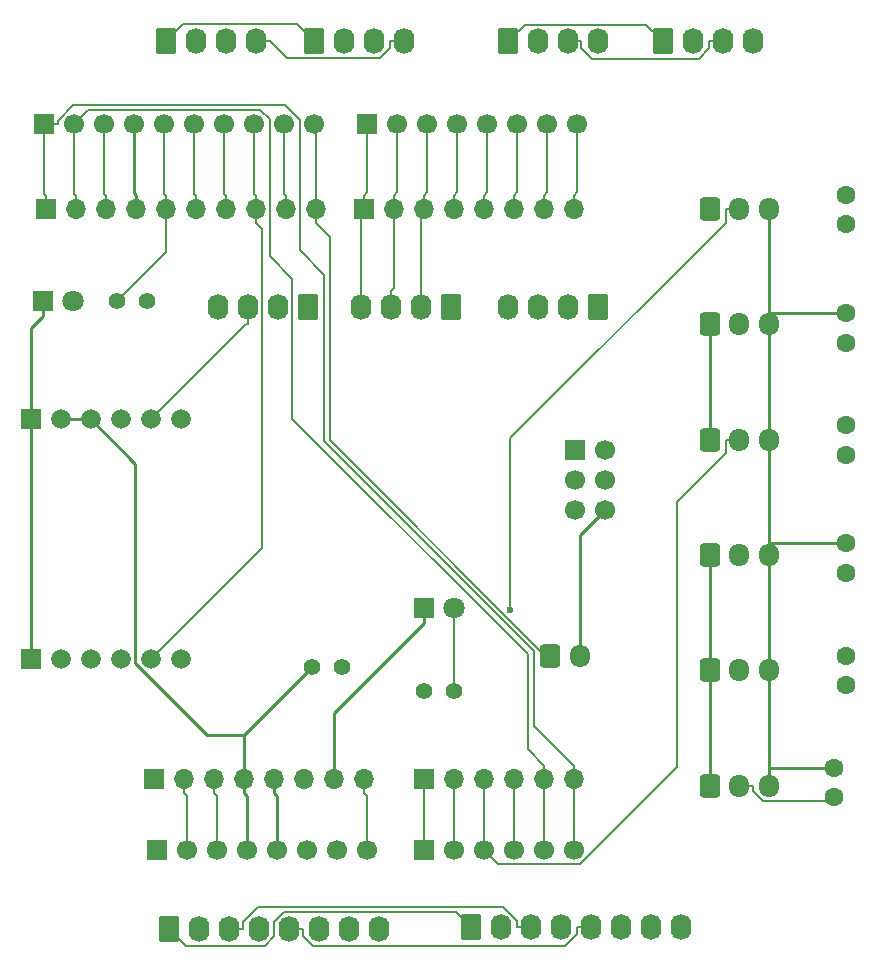
<source format=gbr>
%TF.GenerationSoftware,KiCad,Pcbnew,9.0.4*%
%TF.CreationDate,2025-10-04T10:08:01+10:00*%
%TF.ProjectId,Jet Ranger Test,4a657420-5261-46e6-9765-722054657374,rev?*%
%TF.SameCoordinates,Original*%
%TF.FileFunction,Copper,L1,Top*%
%TF.FilePolarity,Positive*%
%FSLAX46Y46*%
G04 Gerber Fmt 4.6, Leading zero omitted, Abs format (unit mm)*
G04 Created by KiCad (PCBNEW 9.0.4) date 2025-10-04 10:08:01*
%MOMM*%
%LPD*%
G01*
G04 APERTURE LIST*
G04 Aperture macros list*
%AMRoundRect*
0 Rectangle with rounded corners*
0 $1 Rounding radius*
0 $2 $3 $4 $5 $6 $7 $8 $9 X,Y pos of 4 corners*
0 Add a 4 corners polygon primitive as box body*
4,1,4,$2,$3,$4,$5,$6,$7,$8,$9,$2,$3,0*
0 Add four circle primitives for the rounded corners*
1,1,$1+$1,$2,$3*
1,1,$1+$1,$4,$5*
1,1,$1+$1,$6,$7*
1,1,$1+$1,$8,$9*
0 Add four rect primitives between the rounded corners*
20,1,$1+$1,$2,$3,$4,$5,0*
20,1,$1+$1,$4,$5,$6,$7,0*
20,1,$1+$1,$6,$7,$8,$9,0*
20,1,$1+$1,$8,$9,$2,$3,0*%
G04 Aperture macros list end*
%TA.AperFunction,ComponentPad*%
%ADD10R,1.700000X1.700000*%
%TD*%
%TA.AperFunction,ComponentPad*%
%ADD11O,1.700000X1.700000*%
%TD*%
%TA.AperFunction,ComponentPad*%
%ADD12C,1.600000*%
%TD*%
%TA.AperFunction,ComponentPad*%
%ADD13RoundRect,0.250000X-0.600000X-0.725000X0.600000X-0.725000X0.600000X0.725000X-0.600000X0.725000X0*%
%TD*%
%TA.AperFunction,ComponentPad*%
%ADD14O,1.700000X1.950000*%
%TD*%
%TA.AperFunction,ComponentPad*%
%ADD15RoundRect,0.250000X-0.620000X-0.845000X0.620000X-0.845000X0.620000X0.845000X-0.620000X0.845000X0*%
%TD*%
%TA.AperFunction,ComponentPad*%
%ADD16O,1.740000X2.190000*%
%TD*%
%TA.AperFunction,ComponentPad*%
%ADD17C,1.700000*%
%TD*%
%TA.AperFunction,ComponentPad*%
%ADD18C,1.400000*%
%TD*%
%TA.AperFunction,ComponentPad*%
%ADD19RoundRect,0.250000X0.620000X0.845000X-0.620000X0.845000X-0.620000X-0.845000X0.620000X-0.845000X0*%
%TD*%
%TA.AperFunction,ComponentPad*%
%ADD20R,1.800000X1.800000*%
%TD*%
%TA.AperFunction,ComponentPad*%
%ADD21C,1.800000*%
%TD*%
%TA.AperFunction,ComponentPad*%
%ADD22R,1.665000X1.665000*%
%TD*%
%TA.AperFunction,ComponentPad*%
%ADD23C,1.665000*%
%TD*%
%TA.AperFunction,ViaPad*%
%ADD24C,0.600000*%
%TD*%
%TA.AperFunction,Conductor*%
%ADD25C,0.254000*%
%TD*%
%TA.AperFunction,Conductor*%
%ADD26C,0.200000*%
%TD*%
G04 APERTURE END LIST*
D10*
%TO.P,J1,1,Pin_1*%
%TO.N,unconnected-(J1-Pin_1-Pad1)*%
X127940000Y-97460000D03*
D11*
%TO.P,J1,2,Pin_2*%
%TO.N,/IOREF*%
X130480000Y-97460000D03*
%TO.P,J1,3,Pin_3*%
%TO.N,/~{RESET}*%
X133020000Y-97460000D03*
%TO.P,J1,4,Pin_4*%
%TO.N,+3V3*%
X135560000Y-97460000D03*
%TO.P,J1,5,Pin_5*%
%TO.N,+5V*%
X138100000Y-97460000D03*
%TO.P,J1,6,Pin_6*%
%TO.N,GND*%
X140640000Y-97460000D03*
%TO.P,J1,7,Pin_7*%
X143180000Y-97460000D03*
%TO.P,J1,8,Pin_8*%
%TO.N,VCC*%
X145720000Y-97460000D03*
%TD*%
D10*
%TO.P,J3,1,Pin_1*%
%TO.N,/A0*%
X150800000Y-97460000D03*
D11*
%TO.P,J3,2,Pin_2*%
%TO.N,/A1*%
X153340000Y-97460000D03*
%TO.P,J3,3,Pin_3*%
%TO.N,/A2*%
X155880000Y-97460000D03*
%TO.P,J3,4,Pin_4*%
%TO.N,/A3*%
X158420000Y-97460000D03*
%TO.P,J3,5,Pin_5*%
%TO.N,/A4*%
X160960000Y-97460000D03*
%TO.P,J3,6,Pin_6*%
%TO.N,/A5*%
X163500000Y-97460000D03*
%TD*%
D10*
%TO.P,J2,1,Pin_1*%
%TO.N,/A5*%
X118796000Y-49200000D03*
D11*
%TO.P,J2,2,Pin_2*%
%TO.N,/A4*%
X121336000Y-49200000D03*
%TO.P,J2,3,Pin_3*%
%TO.N,/AREF*%
X123876000Y-49200000D03*
%TO.P,J2,4,Pin_4*%
%TO.N,GND*%
X126416000Y-49200000D03*
%TO.P,J2,5,Pin_5*%
%TO.N,/13*%
X128956000Y-49200000D03*
%TO.P,J2,6,Pin_6*%
%TO.N,/12*%
X131496000Y-49200000D03*
%TO.P,J2,7,Pin_7*%
%TO.N,ES1_RST*%
X134036000Y-49200000D03*
%TO.P,J2,8,Pin_8*%
%TO.N,SS*%
X136576000Y-49200000D03*
%TO.P,J2,9,Pin_9*%
%TO.N,/\u002A9*%
X139116000Y-49200000D03*
%TO.P,J2,10,Pin_10*%
%TO.N,/8*%
X141656000Y-49200000D03*
%TD*%
D10*
%TO.P,J4,1,Pin_1*%
%TO.N,/7*%
X145720000Y-49200000D03*
D11*
%TO.P,J4,2,Pin_2*%
%TO.N,/\u002A6*%
X148260000Y-49200000D03*
%TO.P,J4,3,Pin_3*%
%TO.N,/\u002A5*%
X150800000Y-49200000D03*
%TO.P,J4,4,Pin_4*%
%TO.N,/4*%
X153340000Y-49200000D03*
%TO.P,J4,5,Pin_5*%
%TO.N,/\u002A3*%
X155880000Y-49200000D03*
%TO.P,J4,6,Pin_6*%
%TO.N,/2*%
X158420000Y-49200000D03*
%TO.P,J4,7,Pin_7*%
%TO.N,/COL2*%
X160960000Y-49200000D03*
%TO.P,J4,8,Pin_8*%
%TO.N,/COL1*%
X163500000Y-49200000D03*
%TD*%
D12*
%TO.P,C1,1*%
%TO.N,/A1*%
X186500000Y-60500000D03*
%TO.P,C1,2*%
%TO.N,GND*%
X186500000Y-58000000D03*
%TD*%
%TO.P,C4,1*%
%TO.N,/A3*%
X186500000Y-80000000D03*
%TO.P,C4,2*%
%TO.N,GND*%
X186500000Y-77500000D03*
%TD*%
D13*
%TO.P,J10,1,Pin_1*%
%TO.N,+5V*%
X175000000Y-88240000D03*
D14*
%TO.P,J10,2,Pin_2*%
%TO.N,/A4*%
X177500000Y-88240000D03*
%TO.P,J10,3,Pin_3*%
%TO.N,GND*%
X180000000Y-88240000D03*
%TD*%
D15*
%TO.P,J21,1,Pin_1*%
%TO.N,Net-(J20-Pin_1)*%
X157880000Y-35000000D03*
D16*
%TO.P,J21,2,Pin_2*%
%TO.N,Net-(J20-Pin_2)*%
X160420000Y-35000000D03*
%TO.P,J21,3,Pin_3*%
%TO.N,Net-(J20-Pin_3)*%
X162960000Y-35000000D03*
%TO.P,J21,4,Pin_4*%
%TO.N,Net-(J20-Pin_4)*%
X165500000Y-35000000D03*
%TD*%
D12*
%TO.P,C2,1*%
%TO.N,/A0*%
X186500000Y-50500000D03*
%TO.P,C2,2*%
%TO.N,GND*%
X186500000Y-48000000D03*
%TD*%
D15*
%TO.P,J20,1,Pin_1*%
%TO.N,Net-(J20-Pin_1)*%
X171000000Y-35000000D03*
D16*
%TO.P,J20,2,Pin_2*%
%TO.N,Net-(J20-Pin_2)*%
X173540000Y-35000000D03*
%TO.P,J20,3,Pin_3*%
%TO.N,Net-(J20-Pin_3)*%
X176080000Y-35000000D03*
%TO.P,J20,4,Pin_4*%
%TO.N,Net-(J20-Pin_4)*%
X178620000Y-35000000D03*
%TD*%
D10*
%TO.P,J16,1,Pin_1*%
%TO.N,/A0*%
X150800000Y-103500000D03*
D17*
%TO.P,J16,2,Pin_2*%
%TO.N,/A1*%
X153340000Y-103500000D03*
%TO.P,J16,3,Pin_3*%
%TO.N,/A2*%
X155880000Y-103500000D03*
%TO.P,J16,4,Pin_4*%
%TO.N,/A3*%
X158420000Y-103500000D03*
%TO.P,J16,5,Pin_5*%
%TO.N,/A4*%
X160960000Y-103500000D03*
%TO.P,J16,6,Pin_6*%
%TO.N,/A5*%
X163500000Y-103500000D03*
%TD*%
D15*
%TO.P,J22,1,Pin_1*%
%TO.N,Net-(J22-Pin_1)*%
X128960000Y-35000000D03*
D16*
%TO.P,J22,2,Pin_2*%
%TO.N,Net-(J22-Pin_2)*%
X131500000Y-35000000D03*
%TO.P,J22,3,Pin_3*%
%TO.N,Net-(J22-Pin_3)*%
X134040000Y-35000000D03*
%TO.P,J22,4,Pin_4*%
%TO.N,Net-(J22-Pin_4)*%
X136580000Y-35000000D03*
%TD*%
D18*
%TO.P,R2,1*%
%TO.N,+5V*%
X150800000Y-90000000D03*
%TO.P,R2,2*%
%TO.N,Net-(D2-A)*%
X153340000Y-90000000D03*
%TD*%
D19*
%TO.P,J11,1,Pin_1*%
%TO.N,/4*%
X153080000Y-57500000D03*
D16*
%TO.P,J11,2,Pin_2*%
%TO.N,/\u002A5*%
X150540000Y-57500000D03*
%TO.P,J11,3,Pin_3*%
%TO.N,/\u002A6*%
X148000000Y-57500000D03*
%TO.P,J11,4,Pin_4*%
%TO.N,/7*%
X145460000Y-57500000D03*
%TD*%
D13*
%TO.P,J8,1,Pin_1*%
%TO.N,+5V*%
X175000000Y-68720000D03*
D14*
%TO.P,J8,2,Pin_2*%
%TO.N,/A2*%
X177500000Y-68720000D03*
%TO.P,J8,3,Pin_3*%
%TO.N,GND*%
X180000000Y-68720000D03*
%TD*%
D20*
%TO.P,D2,1,K*%
%TO.N,GND*%
X150800000Y-83000000D03*
D21*
%TO.P,D2,2,A*%
%TO.N,Net-(D2-A)*%
X153340000Y-83000000D03*
%TD*%
D13*
%TO.P,J18,1,Pin_1*%
%TO.N,+5V*%
X175000000Y-98000000D03*
D14*
%TO.P,J18,2,Pin_2*%
%TO.N,/A5*%
X177500000Y-98000000D03*
%TO.P,J18,3,Pin_3*%
%TO.N,GND*%
X180000000Y-98000000D03*
%TD*%
D18*
%TO.P,R25,1*%
%TO.N,+3V3*%
X141280000Y-88000000D03*
%TO.P,R25,2*%
%TO.N,Net-(U2-INT)*%
X143820000Y-88000000D03*
%TD*%
D13*
%TO.P,J6,1,Pin_1*%
%TO.N,+5V*%
X175000000Y-58960000D03*
D14*
%TO.P,J6,2,Pin_2*%
%TO.N,/A1*%
X177500000Y-58960000D03*
%TO.P,J6,3,Pin_3*%
%TO.N,GND*%
X180000000Y-58960000D03*
%TD*%
D10*
%TO.P,J5,1,Pin_1*%
%TO.N,MISO*%
X163624700Y-69552200D03*
D17*
%TO.P,J5,2,Pin_2*%
%TO.N,+5V*%
X166164700Y-69552200D03*
%TO.P,J5,3,Pin_3*%
%TO.N,SCLK*%
X163624700Y-72092200D03*
%TO.P,J5,4,Pin_4*%
%TO.N,MOSI*%
X166164700Y-72092200D03*
%TO.P,J5,5,Pin_5*%
%TO.N,unconnected-(J5-Pin_5-Pad5)*%
X163624700Y-74632200D03*
%TO.P,J5,6,Pin_6*%
%TO.N,GND*%
X166164700Y-74632200D03*
%TD*%
D13*
%TO.P,J9,1,Pin_1*%
%TO.N,+5V*%
X175000000Y-78480000D03*
D14*
%TO.P,J9,2,Pin_2*%
%TO.N,/A3*%
X177500000Y-78480000D03*
%TO.P,J9,3,Pin_3*%
%TO.N,GND*%
X180000000Y-78480000D03*
%TD*%
D12*
%TO.P,C3,1*%
%TO.N,/A2*%
X186500000Y-70000000D03*
%TO.P,C3,2*%
%TO.N,GND*%
X186500000Y-67500000D03*
%TD*%
D13*
%TO.P,J13,1,Pin_1*%
%TO.N,/8*%
X161500000Y-87000000D03*
D14*
%TO.P,J13,2,Pin_2*%
%TO.N,GND*%
X164000000Y-87000000D03*
%TD*%
D15*
%TO.P,J25,1,Pin_1*%
%TO.N,Net-(J24-Pin_1)*%
X154760000Y-110000000D03*
D16*
%TO.P,J25,2,Pin_2*%
%TO.N,Net-(J24-Pin_2)*%
X157300000Y-110000000D03*
%TO.P,J25,3,Pin_3*%
%TO.N,Net-(J24-Pin_3)*%
X159840000Y-110000000D03*
%TO.P,J25,4,Pin_4*%
%TO.N,Net-(J24-Pin_4)*%
X162380000Y-110000000D03*
%TO.P,J25,5,Pin_5*%
%TO.N,Net-(J24-Pin_5)*%
X164920000Y-110000000D03*
%TO.P,J25,6,Pin_6*%
%TO.N,Net-(J24-Pin_6)*%
X167460000Y-110000000D03*
%TO.P,J25,7,Pin_7*%
%TO.N,Net-(J24-Pin_7)*%
X170000000Y-110000000D03*
%TO.P,J25,8,Pin_8*%
%TO.N,Net-(J24-Pin_8)*%
X172540000Y-110000000D03*
%TD*%
D15*
%TO.P,J23,1,Pin_1*%
%TO.N,Net-(J22-Pin_1)*%
X141500000Y-35000000D03*
D16*
%TO.P,J23,2,Pin_2*%
%TO.N,Net-(J22-Pin_2)*%
X144040000Y-35000000D03*
%TO.P,J23,3,Pin_3*%
%TO.N,Net-(J22-Pin_3)*%
X146580000Y-35000000D03*
%TO.P,J23,4,Pin_4*%
%TO.N,Net-(J22-Pin_4)*%
X149120000Y-35000000D03*
%TD*%
D22*
%TO.P,U2,A1,GND_1*%
%TO.N,GND*%
X117500000Y-87320000D03*
D23*
%TO.P,U2,A2,GND_2*%
X120040000Y-87320000D03*
%TO.P,U2,A3,MOSI*%
%TO.N,MOSI*%
X122580000Y-87320000D03*
%TO.P,U2,A4,SCLK*%
%TO.N,SCLK*%
X125120000Y-87320000D03*
%TO.P,U2,A5,CS*%
%TO.N,SS*%
X127660000Y-87320000D03*
%TO.P,U2,A6,INT*%
%TO.N,Net-(U2-INT)*%
X130200000Y-87320000D03*
D22*
%TO.P,U2,B1,GND_3*%
%TO.N,GND*%
X117500000Y-67000000D03*
D23*
%TO.P,U2,B2,3V3_1*%
%TO.N,+3V3*%
X120040000Y-67000000D03*
%TO.P,U2,B3,3V3_2*%
X122580000Y-67000000D03*
%TO.P,U2,B4,NC*%
%TO.N,unconnected-(U2-NC-PadB4)*%
X125120000Y-67000000D03*
%TO.P,U2,B5,RST*%
%TO.N,ES1_RST*%
X127660000Y-67000000D03*
%TO.P,U2,B6,MISO*%
%TO.N,MISO*%
X130200000Y-67000000D03*
%TD*%
D12*
%TO.P,C5,1*%
%TO.N,/A4*%
X186500000Y-89500000D03*
%TO.P,C5,2*%
%TO.N,GND*%
X186500000Y-87000000D03*
%TD*%
%TO.P,C6,1*%
%TO.N,/A5*%
X185500000Y-99000000D03*
%TO.P,C6,2*%
%TO.N,GND*%
X185500000Y-96500000D03*
%TD*%
D10*
%TO.P,J14,1,Pin_1*%
%TO.N,/7*%
X146000000Y-42000000D03*
D17*
%TO.P,J14,2,Pin_2*%
%TO.N,/\u002A6*%
X148540000Y-42000000D03*
%TO.P,J14,3,Pin_3*%
%TO.N,/\u002A5*%
X151080000Y-42000000D03*
%TO.P,J14,4,Pin_4*%
%TO.N,/4*%
X153620000Y-42000000D03*
%TO.P,J14,5,Pin_5*%
%TO.N,/\u002A3*%
X156160000Y-42000000D03*
%TO.P,J14,6,Pin_6*%
%TO.N,/2*%
X158700000Y-42000000D03*
%TO.P,J14,7,Pin_7*%
%TO.N,/COL2*%
X161240000Y-42000000D03*
%TO.P,J14,8,Pin_8*%
%TO.N,/COL1*%
X163780000Y-42000000D03*
%TD*%
D13*
%TO.P,J7,1,Pin_1*%
%TO.N,+5V*%
X175000000Y-49200000D03*
D14*
%TO.P,J7,2,Pin_2*%
%TO.N,/A0*%
X177500000Y-49200000D03*
%TO.P,J7,3,Pin_3*%
%TO.N,GND*%
X180000000Y-49200000D03*
%TD*%
D18*
%TO.P,R1,1*%
%TO.N,/13*%
X124780000Y-57000000D03*
%TO.P,R1,2*%
%TO.N,Net-(D1-A)*%
X127320000Y-57000000D03*
%TD*%
D19*
%TO.P,J12,1,Pin_1*%
%TO.N,/COL1*%
X165540000Y-57500000D03*
D16*
%TO.P,J12,2,Pin_2*%
%TO.N,/COL2*%
X163000000Y-57500000D03*
%TO.P,J12,3,Pin_3*%
%TO.N,/2*%
X160460000Y-57500000D03*
%TO.P,J12,4,Pin_4*%
%TO.N,/\u002A3*%
X157920000Y-57500000D03*
%TD*%
D19*
%TO.P,J19,1,Pin_1*%
%TO.N,+5V*%
X141000000Y-57500000D03*
D16*
%TO.P,J19,2,Pin_2*%
%TO.N,GND*%
X138460000Y-57500000D03*
%TO.P,J19,3,Pin_3*%
%TO.N,ES1_RST*%
X135920000Y-57500000D03*
%TO.P,J19,4,Pin_4*%
%TO.N,/12*%
X133380000Y-57500000D03*
%TD*%
D15*
%TO.P,J24,1,Pin_1*%
%TO.N,Net-(J24-Pin_1)*%
X129220000Y-110150000D03*
D16*
%TO.P,J24,2,Pin_2*%
%TO.N,Net-(J24-Pin_2)*%
X131760000Y-110150000D03*
%TO.P,J24,3,Pin_3*%
%TO.N,Net-(J24-Pin_3)*%
X134300000Y-110150000D03*
%TO.P,J24,4,Pin_4*%
%TO.N,Net-(J24-Pin_4)*%
X136840000Y-110150000D03*
%TO.P,J24,5,Pin_5*%
%TO.N,Net-(J24-Pin_5)*%
X139380000Y-110150000D03*
%TO.P,J24,6,Pin_6*%
%TO.N,Net-(J24-Pin_6)*%
X141920000Y-110150000D03*
%TO.P,J24,7,Pin_7*%
%TO.N,Net-(J24-Pin_7)*%
X144460000Y-110150000D03*
%TO.P,J24,8,Pin_8*%
%TO.N,Net-(J24-Pin_8)*%
X147000000Y-110150000D03*
%TD*%
D20*
%TO.P,D1,1,K*%
%TO.N,GND*%
X118500000Y-57000000D03*
D21*
%TO.P,D1,2,A*%
%TO.N,Net-(D1-A)*%
X121040000Y-57000000D03*
%TD*%
D10*
%TO.P,J15,1,Pin_1*%
%TO.N,/A5*%
X118640000Y-42000000D03*
D17*
%TO.P,J15,2,Pin_2*%
%TO.N,/A4*%
X121180000Y-42000000D03*
%TO.P,J15,3,Pin_3*%
%TO.N,/AREF*%
X123720000Y-42000000D03*
%TO.P,J15,4,Pin_4*%
%TO.N,GND*%
X126260000Y-42000000D03*
%TO.P,J15,5,Pin_5*%
%TO.N,/13*%
X128800000Y-42000000D03*
%TO.P,J15,6,Pin_6*%
%TO.N,/12*%
X131340000Y-42000000D03*
%TO.P,J15,7,Pin_7*%
%TO.N,ES1_RST*%
X133880000Y-42000000D03*
%TO.P,J15,8,Pin_8*%
%TO.N,SS*%
X136420000Y-42000000D03*
%TO.P,J15,9,Pin_9*%
%TO.N,/\u002A9*%
X138960000Y-42000000D03*
%TO.P,J15,10,Pin_10*%
%TO.N,/8*%
X141500000Y-42000000D03*
%TD*%
D10*
%TO.P,J17,1,Pin_1*%
%TO.N,unconnected-(J17-Pin_1-Pad1)*%
X128220000Y-103500000D03*
D17*
%TO.P,J17,2,Pin_2*%
%TO.N,/IOREF*%
X130760000Y-103500000D03*
%TO.P,J17,3,Pin_3*%
%TO.N,/~{RESET}*%
X133300000Y-103500000D03*
%TO.P,J17,4,Pin_4*%
%TO.N,+3V3*%
X135840000Y-103500000D03*
%TO.P,J17,5,Pin_5*%
%TO.N,+5V*%
X138380000Y-103500000D03*
%TO.P,J17,6,Pin_6*%
%TO.N,GND*%
X140920000Y-103500000D03*
%TO.P,J17,7,Pin_7*%
X143460000Y-103500000D03*
%TO.P,J17,8,Pin_8*%
%TO.N,VCC*%
X146000000Y-103500000D03*
%TD*%
D24*
%TO.N,/A0*%
X158119500Y-83180300D03*
%TD*%
D25*
%TO.N,GND*%
X117500000Y-87320000D02*
X117500000Y-67000000D01*
X180000000Y-49200000D02*
X180000000Y-58000000D01*
X166164700Y-74632200D02*
X164000000Y-76796900D01*
X118500000Y-58230300D02*
X117500000Y-59230300D01*
X180000000Y-58000000D02*
X180000000Y-58960000D01*
X126260000Y-47863700D02*
X126260000Y-42000000D01*
X164000000Y-76796900D02*
X164000000Y-87000000D01*
X118500000Y-57000000D02*
X118500000Y-58230300D01*
X126416000Y-48019700D02*
X126260000Y-47863700D01*
X180000000Y-58960000D02*
X180000000Y-68720000D01*
X180000000Y-58000000D02*
X186500000Y-58000000D01*
X180000000Y-77500000D02*
X186500000Y-77500000D01*
X180000000Y-88240000D02*
X180000000Y-96500000D01*
X143180000Y-97460000D02*
X143180000Y-91850300D01*
X126416000Y-49200000D02*
X126416000Y-48019700D01*
X180000000Y-96500000D02*
X180000000Y-98000000D01*
X180000000Y-77500000D02*
X180000000Y-78480000D01*
X143180000Y-91850300D02*
X150800000Y-84230300D01*
X180000000Y-78480000D02*
X180000000Y-88240000D01*
X117500000Y-59230300D02*
X117500000Y-67000000D01*
X180000000Y-68720000D02*
X180000000Y-77500000D01*
X180000000Y-96500000D02*
X185500000Y-96500000D01*
X150800000Y-83000000D02*
X150800000Y-84230300D01*
%TO.N,+5V*%
X138380000Y-98920300D02*
X138380000Y-103500000D01*
X175000000Y-58960000D02*
X175000000Y-68720000D01*
X138100000Y-97460000D02*
X138100000Y-98640300D01*
X175000000Y-78480000D02*
X175000000Y-88240000D01*
X138100000Y-98640300D02*
X138380000Y-98920300D01*
X175000000Y-88240000D02*
X175000000Y-98000000D01*
D26*
%TO.N,/IOREF*%
X130480000Y-98613300D02*
X130760000Y-98893300D01*
X130760000Y-98893300D02*
X130760000Y-103500000D01*
X130480000Y-97460000D02*
X130480000Y-98613300D01*
%TO.N,/A0*%
X158119500Y-83180300D02*
X158119500Y-68580500D01*
X150800000Y-97460000D02*
X150800000Y-103500000D01*
X176346700Y-50353300D02*
X176346700Y-49200000D01*
X177500000Y-49200000D02*
X176346700Y-49200000D01*
X158119500Y-68580500D02*
X176346700Y-50353300D01*
%TO.N,/A1*%
X153340000Y-97460000D02*
X153340000Y-103500000D01*
%TO.N,/A2*%
X157040700Y-104660700D02*
X164014900Y-104660700D01*
X164014900Y-104660700D02*
X172228900Y-96446700D01*
X177500000Y-68720000D02*
X176346700Y-68720000D01*
X172228900Y-96446700D02*
X172228900Y-73991100D01*
X176346700Y-69873300D02*
X176346700Y-68720000D01*
X172228900Y-73991100D02*
X176346700Y-69873300D01*
X155880000Y-103500000D02*
X157040700Y-104660700D01*
X155880000Y-97460000D02*
X155880000Y-103500000D01*
%TO.N,/A3*%
X158420000Y-97460000D02*
X158420000Y-103500000D01*
%TO.N,/AREF*%
X123720000Y-47890700D02*
X123720000Y-42000000D01*
X123876000Y-48046700D02*
X123720000Y-47890700D01*
X123876000Y-49200000D02*
X123876000Y-48046700D01*
%TO.N,/8*%
X142854300Y-51551600D02*
X141656000Y-50353300D01*
X142854300Y-68768200D02*
X142854300Y-51551600D01*
X141500000Y-42000000D02*
X141656000Y-42156000D01*
X141656000Y-49200000D02*
X141656000Y-50353300D01*
X141656000Y-42156000D02*
X141656000Y-49200000D01*
X161086100Y-87000000D02*
X142854300Y-68768200D01*
X161500000Y-87000000D02*
X161086100Y-87000000D01*
%TO.N,/7*%
X146000000Y-47766700D02*
X146000000Y-42000000D01*
X145720000Y-48623300D02*
X145720000Y-48046700D01*
X145720000Y-48623300D02*
X145460000Y-48883300D01*
X145720000Y-48046700D02*
X146000000Y-47766700D01*
X145460000Y-48883300D02*
X145460000Y-57500000D01*
X145720000Y-49200000D02*
X145720000Y-48623300D01*
%TO.N,/4*%
X153620000Y-47766700D02*
X153620000Y-42000000D01*
X153340000Y-49200000D02*
X153340000Y-48046700D01*
X153340000Y-48046700D02*
X153620000Y-47766700D01*
%TO.N,/2*%
X158700000Y-47766700D02*
X158700000Y-42000000D01*
X158420000Y-49200000D02*
X158420000Y-48046700D01*
X158420000Y-48046700D02*
X158700000Y-47766700D01*
%TO.N,/\u002A6*%
X148260000Y-49200000D02*
X148260000Y-55841700D01*
X148000000Y-57500000D02*
X148000000Y-56101700D01*
X148540000Y-47766700D02*
X148540000Y-42000000D01*
X148260000Y-55841700D02*
X148000000Y-56101700D01*
X148260000Y-48046700D02*
X148540000Y-47766700D01*
X148260000Y-49200000D02*
X148260000Y-48046700D01*
%TO.N,/\u002A5*%
X151080000Y-47766700D02*
X151080000Y-42000000D01*
X150800000Y-48623300D02*
X150540000Y-48883300D01*
X150540000Y-48883300D02*
X150540000Y-57500000D01*
X150800000Y-48623300D02*
X150800000Y-48046700D01*
X150800000Y-49200000D02*
X150800000Y-48623300D01*
X150800000Y-48046700D02*
X151080000Y-47766700D01*
%TO.N,/\u002A3*%
X155880000Y-49200000D02*
X155880000Y-48046700D01*
X155880000Y-48046700D02*
X156160000Y-47766700D01*
X156160000Y-47766700D02*
X156160000Y-42000000D01*
D25*
%TO.N,+3V3*%
X135560000Y-97460000D02*
X135560000Y-93720000D01*
X135560000Y-97460000D02*
X135560000Y-98640300D01*
X135560000Y-93720000D02*
X141280000Y-88000000D01*
X122580000Y-67000000D02*
X120040000Y-67000000D01*
X135560000Y-98640300D02*
X135840000Y-98920300D01*
X132390600Y-93720000D02*
X126337600Y-87667000D01*
X135560000Y-93720000D02*
X132390600Y-93720000D01*
X126337600Y-70757600D02*
X122580000Y-67000000D01*
X135840000Y-98920300D02*
X135840000Y-103500000D01*
X126337600Y-87667000D02*
X126337600Y-70757600D01*
D26*
%TO.N,VCC*%
X145720000Y-98613300D02*
X146000000Y-98893300D01*
X146000000Y-98893300D02*
X146000000Y-103500000D01*
X145720000Y-97460000D02*
X145720000Y-98613300D01*
%TO.N,/~{RESET}*%
X133300000Y-98893300D02*
X133300000Y-103500000D01*
X133020000Y-97460000D02*
X133020000Y-98613300D01*
X133020000Y-98613300D02*
X133300000Y-98893300D01*
%TO.N,SS*%
X136576000Y-48623300D02*
X136576000Y-49200000D01*
X136576000Y-48046700D02*
X136420000Y-47890700D01*
X136576000Y-48623300D02*
X136576000Y-48046700D01*
X136420000Y-47890700D02*
X136420000Y-42000000D01*
X136576000Y-49200000D02*
X136576000Y-50353300D01*
X137102200Y-77877800D02*
X127660000Y-87320000D01*
X136576000Y-50353300D02*
X137102200Y-50879500D01*
X137102200Y-50879500D02*
X137102200Y-77877800D01*
%TO.N,ES1_RST*%
X134036000Y-49200000D02*
X134036000Y-48046700D01*
X135761700Y-58898300D02*
X135920000Y-58898300D01*
X127660000Y-67000000D02*
X135761700Y-58898300D01*
X135920000Y-57500000D02*
X135920000Y-58898300D01*
X134036000Y-48046700D02*
X133880000Y-47890700D01*
X133880000Y-47890700D02*
X133880000Y-42000000D01*
%TO.N,/12*%
X131496000Y-48046700D02*
X131340000Y-47890700D01*
X131340000Y-47890700D02*
X131340000Y-42000000D01*
X131496000Y-49200000D02*
X131496000Y-48046700D01*
%TO.N,/13*%
X128956000Y-52824000D02*
X124780000Y-57000000D01*
X128956000Y-49200000D02*
X128956000Y-48046700D01*
X128800000Y-47890700D02*
X128800000Y-42000000D01*
X128956000Y-49200000D02*
X128956000Y-52824000D01*
X128956000Y-48046700D02*
X128800000Y-47890700D01*
%TO.N,/\u002A9*%
X138960000Y-47890700D02*
X138960000Y-42000000D01*
X139116000Y-49200000D02*
X139116000Y-48046700D01*
X139116000Y-48046700D02*
X138960000Y-47890700D01*
%TO.N,/A4*%
X121180000Y-47890700D02*
X121180000Y-42000000D01*
X137729400Y-53187400D02*
X139638500Y-55096500D01*
X121336000Y-48046700D02*
X121180000Y-47890700D01*
X160960000Y-103500000D02*
X160960000Y-97460000D01*
X160960000Y-97460000D02*
X160960000Y-96306700D01*
X136946800Y-40812100D02*
X137729400Y-41594700D01*
X121336000Y-49200000D02*
X121336000Y-48046700D01*
X139638500Y-55096500D02*
X139638500Y-66943000D01*
X137729400Y-41594700D02*
X137729400Y-53187400D01*
X121180000Y-42000000D02*
X122367900Y-40812100D01*
X139638500Y-66943000D02*
X159573400Y-86877900D01*
X159573400Y-94920100D02*
X160960000Y-96306700D01*
X159573400Y-86877900D02*
X159573400Y-94920100D01*
X122367900Y-40812100D02*
X136946800Y-40812100D01*
%TO.N,/COL2*%
X160960000Y-48046700D02*
X161240000Y-47766700D01*
X161240000Y-47766700D02*
X161240000Y-42000000D01*
X160960000Y-49200000D02*
X160960000Y-48046700D01*
%TO.N,/COL1*%
X163500000Y-48046700D02*
X163780000Y-47766700D01*
X163500000Y-49200000D02*
X163500000Y-48046700D01*
X163780000Y-47766700D02*
X163780000Y-42000000D01*
%TO.N,/A5*%
X118796000Y-48046700D02*
X118640000Y-47890700D01*
X121096300Y-40408700D02*
X119793300Y-41711700D01*
X142341400Y-68825600D02*
X142341400Y-54757400D01*
X118640000Y-47890700D02*
X118640000Y-42000000D01*
X142341400Y-54757400D02*
X140269400Y-52685400D01*
X140269400Y-41672800D02*
X139005300Y-40408700D01*
X185185200Y-99314800D02*
X185500000Y-99000000D01*
X139005300Y-40408700D02*
X121096300Y-40408700D01*
X178653300Y-98000000D02*
X178653300Y-98432500D01*
X140269400Y-52685400D02*
X140269400Y-41672800D01*
X160144500Y-86628700D02*
X142341400Y-68825600D01*
X163500000Y-97460000D02*
X163500000Y-103500000D01*
X177500000Y-98000000D02*
X178653300Y-98000000D01*
X118640000Y-42000000D02*
X119793300Y-42000000D01*
X160144500Y-92951200D02*
X160144500Y-86628700D01*
X178653300Y-98432500D02*
X179535600Y-99314800D01*
X179535600Y-99314800D02*
X185185200Y-99314800D01*
X163500000Y-96306700D02*
X160144500Y-92951200D01*
X118796000Y-49200000D02*
X118796000Y-48046700D01*
X119793300Y-41711700D02*
X119793300Y-42000000D01*
X163500000Y-97460000D02*
X163500000Y-96306700D01*
%TO.N,Net-(D2-A)*%
X153340000Y-83000000D02*
X153340000Y-90000000D01*
%TO.N,Net-(J20-Pin_3)*%
X165048600Y-36448700D02*
X164133300Y-35533400D01*
X162960000Y-35000000D02*
X164133300Y-35000000D01*
X176080000Y-35000000D02*
X174906700Y-35000000D01*
X174906700Y-35586600D02*
X174044600Y-36448700D01*
X164133300Y-35533400D02*
X164133300Y-35000000D01*
X174044600Y-36448700D02*
X165048600Y-36448700D01*
X174906700Y-35000000D02*
X174906700Y-35586600D01*
%TO.N,Net-(J20-Pin_1)*%
X171000000Y-35000000D02*
X169568200Y-33568200D01*
X159311800Y-33568200D02*
X157880000Y-35000000D01*
X169568200Y-33568200D02*
X159311800Y-33568200D01*
%TO.N,Net-(J22-Pin_1)*%
X140045900Y-33545900D02*
X141500000Y-35000000D01*
X130414100Y-33545900D02*
X140045900Y-33545900D01*
X128960000Y-35000000D02*
X130414100Y-33545900D01*
%TO.N,Net-(J22-Pin_4)*%
X137753300Y-35000000D02*
X139163300Y-36410000D01*
X147070100Y-36410000D02*
X147946700Y-35533400D01*
X139163300Y-36410000D02*
X147070100Y-36410000D01*
X149120000Y-35000000D02*
X147946700Y-35000000D01*
X136580000Y-35000000D02*
X137753300Y-35000000D01*
X147946700Y-35533400D02*
X147946700Y-35000000D01*
%TO.N,Net-(J24-Pin_3)*%
X134300000Y-110150000D02*
X135473300Y-110150000D01*
X158666700Y-109466600D02*
X158666700Y-110000000D01*
X135473300Y-109563400D02*
X136720700Y-108316000D01*
X136720700Y-108316000D02*
X157516100Y-108316000D01*
X135473300Y-110150000D02*
X135473300Y-109563400D01*
X157516100Y-108316000D02*
X158666700Y-109466600D01*
X159840000Y-110000000D02*
X158666700Y-110000000D01*
%TO.N,Net-(J24-Pin_1)*%
X129220000Y-110150000D02*
X130633900Y-111563900D01*
X130633900Y-111563900D02*
X137325200Y-111563900D01*
X138905100Y-108724800D02*
X153484800Y-108724800D01*
X138110000Y-109519900D02*
X138905100Y-108724800D01*
X137325200Y-111563900D02*
X138110000Y-110779100D01*
X153484800Y-108724800D02*
X154760000Y-110000000D01*
X138110000Y-110779100D02*
X138110000Y-109519900D01*
%TO.N,Net-(J24-Pin_5)*%
X162730900Y-111549200D02*
X163746700Y-110533400D01*
X140553300Y-110150000D02*
X140553300Y-110736600D01*
X164920000Y-110000000D02*
X163746700Y-110000000D01*
X141365900Y-111549200D02*
X162730900Y-111549200D01*
X139380000Y-110150000D02*
X140553300Y-110150000D01*
X163746700Y-110533400D02*
X163746700Y-110000000D01*
X140553300Y-110736600D02*
X141365900Y-111549200D01*
%TD*%
M02*

</source>
